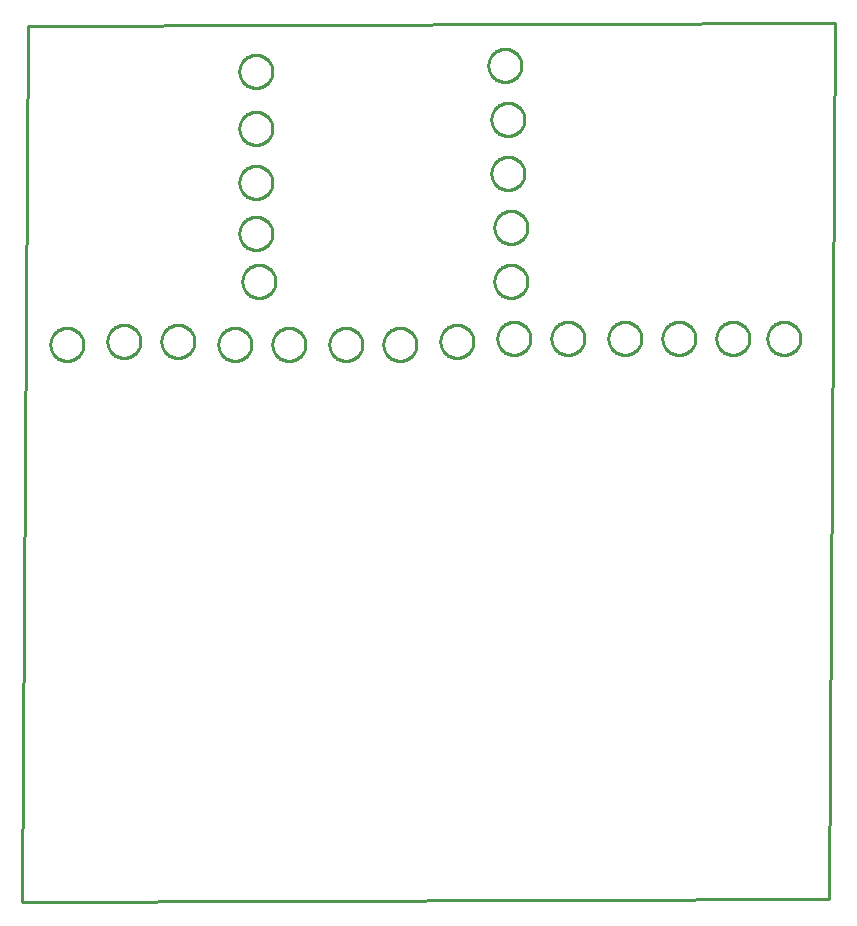
<source format=gbr>
G04 EAGLE Gerber RS-274X export*
G75*
%MOMM*%
%FSLAX34Y34*%
%LPD*%
%IN*%
%IPPOS*%
%AMOC8*
5,1,8,0,0,1.08239X$1,22.5*%
G01*
%ADD10C,0.254000*%


D10*
X0Y0D02*
X683260Y2540D01*
X688340Y744220D01*
X5080Y741680D01*
X0Y0D01*
X52100Y471940D02*
X52029Y470943D01*
X51886Y469953D01*
X51674Y468976D01*
X51392Y468016D01*
X51043Y467079D01*
X50627Y466169D01*
X50148Y465292D01*
X49607Y464450D01*
X49008Y463650D01*
X48353Y462894D01*
X47646Y462187D01*
X46890Y461532D01*
X46090Y460933D01*
X45248Y460392D01*
X44371Y459913D01*
X43461Y459497D01*
X42524Y459148D01*
X41565Y458866D01*
X40587Y458654D01*
X39598Y458511D01*
X38600Y458440D01*
X37600Y458440D01*
X36603Y458511D01*
X35613Y458654D01*
X34636Y458866D01*
X33676Y459148D01*
X32739Y459497D01*
X31829Y459913D01*
X30952Y460392D01*
X30110Y460933D01*
X29310Y461532D01*
X28554Y462187D01*
X27847Y462894D01*
X27192Y463650D01*
X26593Y464450D01*
X26052Y465292D01*
X25573Y466169D01*
X25157Y467079D01*
X24808Y468016D01*
X24526Y468976D01*
X24314Y469953D01*
X24171Y470943D01*
X24100Y471940D01*
X24100Y472940D01*
X24171Y473938D01*
X24314Y474927D01*
X24526Y475905D01*
X24808Y476864D01*
X25157Y477801D01*
X25573Y478711D01*
X26052Y479588D01*
X26593Y480430D01*
X27192Y481230D01*
X27847Y481986D01*
X28554Y482693D01*
X29310Y483348D01*
X30110Y483947D01*
X30952Y484488D01*
X31829Y484967D01*
X32739Y485383D01*
X33676Y485732D01*
X34636Y486014D01*
X35613Y486226D01*
X36603Y486369D01*
X37600Y486440D01*
X38600Y486440D01*
X39598Y486369D01*
X40587Y486226D01*
X41565Y486014D01*
X42524Y485732D01*
X43461Y485383D01*
X44371Y484967D01*
X45248Y484488D01*
X46090Y483947D01*
X46890Y483348D01*
X47646Y482693D01*
X48353Y481986D01*
X49008Y481230D01*
X49607Y480430D01*
X50148Y479588D01*
X50627Y478711D01*
X51043Y477801D01*
X51392Y476864D01*
X51674Y475905D01*
X51886Y474927D01*
X52029Y473938D01*
X52100Y472940D01*
X52100Y471940D01*
X100360Y474480D02*
X100289Y473483D01*
X100146Y472493D01*
X99934Y471516D01*
X99652Y470556D01*
X99303Y469619D01*
X98887Y468709D01*
X98408Y467832D01*
X97867Y466990D01*
X97268Y466190D01*
X96613Y465434D01*
X95906Y464727D01*
X95150Y464072D01*
X94350Y463473D01*
X93508Y462932D01*
X92631Y462453D01*
X91721Y462037D01*
X90784Y461688D01*
X89825Y461406D01*
X88847Y461194D01*
X87858Y461051D01*
X86860Y460980D01*
X85860Y460980D01*
X84863Y461051D01*
X83873Y461194D01*
X82896Y461406D01*
X81936Y461688D01*
X80999Y462037D01*
X80089Y462453D01*
X79212Y462932D01*
X78370Y463473D01*
X77570Y464072D01*
X76814Y464727D01*
X76107Y465434D01*
X75452Y466190D01*
X74853Y466990D01*
X74312Y467832D01*
X73833Y468709D01*
X73417Y469619D01*
X73068Y470556D01*
X72786Y471516D01*
X72574Y472493D01*
X72431Y473483D01*
X72360Y474480D01*
X72360Y475480D01*
X72431Y476478D01*
X72574Y477467D01*
X72786Y478445D01*
X73068Y479404D01*
X73417Y480341D01*
X73833Y481251D01*
X74312Y482128D01*
X74853Y482970D01*
X75452Y483770D01*
X76107Y484526D01*
X76814Y485233D01*
X77570Y485888D01*
X78370Y486487D01*
X79212Y487028D01*
X80089Y487507D01*
X80999Y487923D01*
X81936Y488272D01*
X82896Y488554D01*
X83873Y488766D01*
X84863Y488909D01*
X85860Y488980D01*
X86860Y488980D01*
X87858Y488909D01*
X88847Y488766D01*
X89825Y488554D01*
X90784Y488272D01*
X91721Y487923D01*
X92631Y487507D01*
X93508Y487028D01*
X94350Y486487D01*
X95150Y485888D01*
X95906Y485233D01*
X96613Y484526D01*
X97268Y483770D01*
X97867Y482970D01*
X98408Y482128D01*
X98887Y481251D01*
X99303Y480341D01*
X99652Y479404D01*
X99934Y478445D01*
X100146Y477467D01*
X100289Y476478D01*
X100360Y475480D01*
X100360Y474480D01*
X146080Y474480D02*
X146009Y473483D01*
X145866Y472493D01*
X145654Y471516D01*
X145372Y470556D01*
X145023Y469619D01*
X144607Y468709D01*
X144128Y467832D01*
X143587Y466990D01*
X142988Y466190D01*
X142333Y465434D01*
X141626Y464727D01*
X140870Y464072D01*
X140070Y463473D01*
X139228Y462932D01*
X138351Y462453D01*
X137441Y462037D01*
X136504Y461688D01*
X135545Y461406D01*
X134567Y461194D01*
X133578Y461051D01*
X132580Y460980D01*
X131580Y460980D01*
X130583Y461051D01*
X129593Y461194D01*
X128616Y461406D01*
X127656Y461688D01*
X126719Y462037D01*
X125809Y462453D01*
X124932Y462932D01*
X124090Y463473D01*
X123290Y464072D01*
X122534Y464727D01*
X121827Y465434D01*
X121172Y466190D01*
X120573Y466990D01*
X120032Y467832D01*
X119553Y468709D01*
X119137Y469619D01*
X118788Y470556D01*
X118506Y471516D01*
X118294Y472493D01*
X118151Y473483D01*
X118080Y474480D01*
X118080Y475480D01*
X118151Y476478D01*
X118294Y477467D01*
X118506Y478445D01*
X118788Y479404D01*
X119137Y480341D01*
X119553Y481251D01*
X120032Y482128D01*
X120573Y482970D01*
X121172Y483770D01*
X121827Y484526D01*
X122534Y485233D01*
X123290Y485888D01*
X124090Y486487D01*
X124932Y487028D01*
X125809Y487507D01*
X126719Y487923D01*
X127656Y488272D01*
X128616Y488554D01*
X129593Y488766D01*
X130583Y488909D01*
X131580Y488980D01*
X132580Y488980D01*
X133578Y488909D01*
X134567Y488766D01*
X135545Y488554D01*
X136504Y488272D01*
X137441Y487923D01*
X138351Y487507D01*
X139228Y487028D01*
X140070Y486487D01*
X140870Y485888D01*
X141626Y485233D01*
X142333Y484526D01*
X142988Y483770D01*
X143587Y482970D01*
X144128Y482128D01*
X144607Y481251D01*
X145023Y480341D01*
X145372Y479404D01*
X145654Y478445D01*
X145866Y477467D01*
X146009Y476478D01*
X146080Y475480D01*
X146080Y474480D01*
X194340Y471940D02*
X194269Y470943D01*
X194126Y469953D01*
X193914Y468976D01*
X193632Y468016D01*
X193283Y467079D01*
X192867Y466169D01*
X192388Y465292D01*
X191847Y464450D01*
X191248Y463650D01*
X190593Y462894D01*
X189886Y462187D01*
X189130Y461532D01*
X188330Y460933D01*
X187488Y460392D01*
X186611Y459913D01*
X185701Y459497D01*
X184764Y459148D01*
X183805Y458866D01*
X182827Y458654D01*
X181838Y458511D01*
X180840Y458440D01*
X179840Y458440D01*
X178843Y458511D01*
X177853Y458654D01*
X176876Y458866D01*
X175916Y459148D01*
X174979Y459497D01*
X174069Y459913D01*
X173192Y460392D01*
X172350Y460933D01*
X171550Y461532D01*
X170794Y462187D01*
X170087Y462894D01*
X169432Y463650D01*
X168833Y464450D01*
X168292Y465292D01*
X167813Y466169D01*
X167397Y467079D01*
X167048Y468016D01*
X166766Y468976D01*
X166554Y469953D01*
X166411Y470943D01*
X166340Y471940D01*
X166340Y472940D01*
X166411Y473938D01*
X166554Y474927D01*
X166766Y475905D01*
X167048Y476864D01*
X167397Y477801D01*
X167813Y478711D01*
X168292Y479588D01*
X168833Y480430D01*
X169432Y481230D01*
X170087Y481986D01*
X170794Y482693D01*
X171550Y483348D01*
X172350Y483947D01*
X173192Y484488D01*
X174069Y484967D01*
X174979Y485383D01*
X175916Y485732D01*
X176876Y486014D01*
X177853Y486226D01*
X178843Y486369D01*
X179840Y486440D01*
X180840Y486440D01*
X181838Y486369D01*
X182827Y486226D01*
X183805Y486014D01*
X184764Y485732D01*
X185701Y485383D01*
X186611Y484967D01*
X187488Y484488D01*
X188330Y483947D01*
X189130Y483348D01*
X189886Y482693D01*
X190593Y481986D01*
X191248Y481230D01*
X191847Y480430D01*
X192388Y479588D01*
X192867Y478711D01*
X193283Y477801D01*
X193632Y476864D01*
X193914Y475905D01*
X194126Y474927D01*
X194269Y473938D01*
X194340Y472940D01*
X194340Y471940D01*
X240060Y471940D02*
X239989Y470943D01*
X239846Y469953D01*
X239634Y468976D01*
X239352Y468016D01*
X239003Y467079D01*
X238587Y466169D01*
X238108Y465292D01*
X237567Y464450D01*
X236968Y463650D01*
X236313Y462894D01*
X235606Y462187D01*
X234850Y461532D01*
X234050Y460933D01*
X233208Y460392D01*
X232331Y459913D01*
X231421Y459497D01*
X230484Y459148D01*
X229525Y458866D01*
X228547Y458654D01*
X227558Y458511D01*
X226560Y458440D01*
X225560Y458440D01*
X224563Y458511D01*
X223573Y458654D01*
X222596Y458866D01*
X221636Y459148D01*
X220699Y459497D01*
X219789Y459913D01*
X218912Y460392D01*
X218070Y460933D01*
X217270Y461532D01*
X216514Y462187D01*
X215807Y462894D01*
X215152Y463650D01*
X214553Y464450D01*
X214012Y465292D01*
X213533Y466169D01*
X213117Y467079D01*
X212768Y468016D01*
X212486Y468976D01*
X212274Y469953D01*
X212131Y470943D01*
X212060Y471940D01*
X212060Y472940D01*
X212131Y473938D01*
X212274Y474927D01*
X212486Y475905D01*
X212768Y476864D01*
X213117Y477801D01*
X213533Y478711D01*
X214012Y479588D01*
X214553Y480430D01*
X215152Y481230D01*
X215807Y481986D01*
X216514Y482693D01*
X217270Y483348D01*
X218070Y483947D01*
X218912Y484488D01*
X219789Y484967D01*
X220699Y485383D01*
X221636Y485732D01*
X222596Y486014D01*
X223573Y486226D01*
X224563Y486369D01*
X225560Y486440D01*
X226560Y486440D01*
X227558Y486369D01*
X228547Y486226D01*
X229525Y486014D01*
X230484Y485732D01*
X231421Y485383D01*
X232331Y484967D01*
X233208Y484488D01*
X234050Y483947D01*
X234850Y483348D01*
X235606Y482693D01*
X236313Y481986D01*
X236968Y481230D01*
X237567Y480430D01*
X238108Y479588D01*
X238587Y478711D01*
X239003Y477801D01*
X239352Y476864D01*
X239634Y475905D01*
X239846Y474927D01*
X239989Y473938D01*
X240060Y472940D01*
X240060Y471940D01*
X288320Y471940D02*
X288249Y470943D01*
X288106Y469953D01*
X287894Y468976D01*
X287612Y468016D01*
X287263Y467079D01*
X286847Y466169D01*
X286368Y465292D01*
X285827Y464450D01*
X285228Y463650D01*
X284573Y462894D01*
X283866Y462187D01*
X283110Y461532D01*
X282310Y460933D01*
X281468Y460392D01*
X280591Y459913D01*
X279681Y459497D01*
X278744Y459148D01*
X277785Y458866D01*
X276807Y458654D01*
X275818Y458511D01*
X274820Y458440D01*
X273820Y458440D01*
X272823Y458511D01*
X271833Y458654D01*
X270856Y458866D01*
X269896Y459148D01*
X268959Y459497D01*
X268049Y459913D01*
X267172Y460392D01*
X266330Y460933D01*
X265530Y461532D01*
X264774Y462187D01*
X264067Y462894D01*
X263412Y463650D01*
X262813Y464450D01*
X262272Y465292D01*
X261793Y466169D01*
X261377Y467079D01*
X261028Y468016D01*
X260746Y468976D01*
X260534Y469953D01*
X260391Y470943D01*
X260320Y471940D01*
X260320Y472940D01*
X260391Y473938D01*
X260534Y474927D01*
X260746Y475905D01*
X261028Y476864D01*
X261377Y477801D01*
X261793Y478711D01*
X262272Y479588D01*
X262813Y480430D01*
X263412Y481230D01*
X264067Y481986D01*
X264774Y482693D01*
X265530Y483348D01*
X266330Y483947D01*
X267172Y484488D01*
X268049Y484967D01*
X268959Y485383D01*
X269896Y485732D01*
X270856Y486014D01*
X271833Y486226D01*
X272823Y486369D01*
X273820Y486440D01*
X274820Y486440D01*
X275818Y486369D01*
X276807Y486226D01*
X277785Y486014D01*
X278744Y485732D01*
X279681Y485383D01*
X280591Y484967D01*
X281468Y484488D01*
X282310Y483947D01*
X283110Y483348D01*
X283866Y482693D01*
X284573Y481986D01*
X285228Y481230D01*
X285827Y480430D01*
X286368Y479588D01*
X286847Y478711D01*
X287263Y477801D01*
X287612Y476864D01*
X287894Y475905D01*
X288106Y474927D01*
X288249Y473938D01*
X288320Y472940D01*
X288320Y471940D01*
X334040Y471940D02*
X333969Y470943D01*
X333826Y469953D01*
X333614Y468976D01*
X333332Y468016D01*
X332983Y467079D01*
X332567Y466169D01*
X332088Y465292D01*
X331547Y464450D01*
X330948Y463650D01*
X330293Y462894D01*
X329586Y462187D01*
X328830Y461532D01*
X328030Y460933D01*
X327188Y460392D01*
X326311Y459913D01*
X325401Y459497D01*
X324464Y459148D01*
X323505Y458866D01*
X322527Y458654D01*
X321538Y458511D01*
X320540Y458440D01*
X319540Y458440D01*
X318543Y458511D01*
X317553Y458654D01*
X316576Y458866D01*
X315616Y459148D01*
X314679Y459497D01*
X313769Y459913D01*
X312892Y460392D01*
X312050Y460933D01*
X311250Y461532D01*
X310494Y462187D01*
X309787Y462894D01*
X309132Y463650D01*
X308533Y464450D01*
X307992Y465292D01*
X307513Y466169D01*
X307097Y467079D01*
X306748Y468016D01*
X306466Y468976D01*
X306254Y469953D01*
X306111Y470943D01*
X306040Y471940D01*
X306040Y472940D01*
X306111Y473938D01*
X306254Y474927D01*
X306466Y475905D01*
X306748Y476864D01*
X307097Y477801D01*
X307513Y478711D01*
X307992Y479588D01*
X308533Y480430D01*
X309132Y481230D01*
X309787Y481986D01*
X310494Y482693D01*
X311250Y483348D01*
X312050Y483947D01*
X312892Y484488D01*
X313769Y484967D01*
X314679Y485383D01*
X315616Y485732D01*
X316576Y486014D01*
X317553Y486226D01*
X318543Y486369D01*
X319540Y486440D01*
X320540Y486440D01*
X321538Y486369D01*
X322527Y486226D01*
X323505Y486014D01*
X324464Y485732D01*
X325401Y485383D01*
X326311Y484967D01*
X327188Y484488D01*
X328030Y483947D01*
X328830Y483348D01*
X329586Y482693D01*
X330293Y481986D01*
X330948Y481230D01*
X331547Y480430D01*
X332088Y479588D01*
X332567Y478711D01*
X332983Y477801D01*
X333332Y476864D01*
X333614Y475905D01*
X333826Y474927D01*
X333969Y473938D01*
X334040Y472940D01*
X334040Y471940D01*
X382300Y474480D02*
X382229Y473483D01*
X382086Y472493D01*
X381874Y471516D01*
X381592Y470556D01*
X381243Y469619D01*
X380827Y468709D01*
X380348Y467832D01*
X379807Y466990D01*
X379208Y466190D01*
X378553Y465434D01*
X377846Y464727D01*
X377090Y464072D01*
X376290Y463473D01*
X375448Y462932D01*
X374571Y462453D01*
X373661Y462037D01*
X372724Y461688D01*
X371765Y461406D01*
X370787Y461194D01*
X369798Y461051D01*
X368800Y460980D01*
X367800Y460980D01*
X366803Y461051D01*
X365813Y461194D01*
X364836Y461406D01*
X363876Y461688D01*
X362939Y462037D01*
X362029Y462453D01*
X361152Y462932D01*
X360310Y463473D01*
X359510Y464072D01*
X358754Y464727D01*
X358047Y465434D01*
X357392Y466190D01*
X356793Y466990D01*
X356252Y467832D01*
X355773Y468709D01*
X355357Y469619D01*
X355008Y470556D01*
X354726Y471516D01*
X354514Y472493D01*
X354371Y473483D01*
X354300Y474480D01*
X354300Y475480D01*
X354371Y476478D01*
X354514Y477467D01*
X354726Y478445D01*
X355008Y479404D01*
X355357Y480341D01*
X355773Y481251D01*
X356252Y482128D01*
X356793Y482970D01*
X357392Y483770D01*
X358047Y484526D01*
X358754Y485233D01*
X359510Y485888D01*
X360310Y486487D01*
X361152Y487028D01*
X362029Y487507D01*
X362939Y487923D01*
X363876Y488272D01*
X364836Y488554D01*
X365813Y488766D01*
X366803Y488909D01*
X367800Y488980D01*
X368800Y488980D01*
X369798Y488909D01*
X370787Y488766D01*
X371765Y488554D01*
X372724Y488272D01*
X373661Y487923D01*
X374571Y487507D01*
X375448Y487028D01*
X376290Y486487D01*
X377090Y485888D01*
X377846Y485233D01*
X378553Y484526D01*
X379208Y483770D01*
X379807Y482970D01*
X380348Y482128D01*
X380827Y481251D01*
X381243Y480341D01*
X381592Y479404D01*
X381874Y478445D01*
X382086Y477467D01*
X382229Y476478D01*
X382300Y475480D01*
X382300Y474480D01*
X430560Y477020D02*
X430489Y476023D01*
X430346Y475033D01*
X430134Y474056D01*
X429852Y473096D01*
X429503Y472159D01*
X429087Y471249D01*
X428608Y470372D01*
X428067Y469530D01*
X427468Y468730D01*
X426813Y467974D01*
X426106Y467267D01*
X425350Y466612D01*
X424550Y466013D01*
X423708Y465472D01*
X422831Y464993D01*
X421921Y464577D01*
X420984Y464228D01*
X420025Y463946D01*
X419047Y463734D01*
X418058Y463591D01*
X417060Y463520D01*
X416060Y463520D01*
X415063Y463591D01*
X414073Y463734D01*
X413096Y463946D01*
X412136Y464228D01*
X411199Y464577D01*
X410289Y464993D01*
X409412Y465472D01*
X408570Y466013D01*
X407770Y466612D01*
X407014Y467267D01*
X406307Y467974D01*
X405652Y468730D01*
X405053Y469530D01*
X404512Y470372D01*
X404033Y471249D01*
X403617Y472159D01*
X403268Y473096D01*
X402986Y474056D01*
X402774Y475033D01*
X402631Y476023D01*
X402560Y477020D01*
X402560Y478020D01*
X402631Y479018D01*
X402774Y480007D01*
X402986Y480985D01*
X403268Y481944D01*
X403617Y482881D01*
X404033Y483791D01*
X404512Y484668D01*
X405053Y485510D01*
X405652Y486310D01*
X406307Y487066D01*
X407014Y487773D01*
X407770Y488428D01*
X408570Y489027D01*
X409412Y489568D01*
X410289Y490047D01*
X411199Y490463D01*
X412136Y490812D01*
X413096Y491094D01*
X414073Y491306D01*
X415063Y491449D01*
X416060Y491520D01*
X417060Y491520D01*
X418058Y491449D01*
X419047Y491306D01*
X420025Y491094D01*
X420984Y490812D01*
X421921Y490463D01*
X422831Y490047D01*
X423708Y489568D01*
X424550Y489027D01*
X425350Y488428D01*
X426106Y487773D01*
X426813Y487066D01*
X427468Y486310D01*
X428067Y485510D01*
X428608Y484668D01*
X429087Y483791D01*
X429503Y482881D01*
X429852Y481944D01*
X430134Y480985D01*
X430346Y480007D01*
X430489Y479018D01*
X430560Y478020D01*
X430560Y477020D01*
X476280Y477020D02*
X476209Y476023D01*
X476066Y475033D01*
X475854Y474056D01*
X475572Y473096D01*
X475223Y472159D01*
X474807Y471249D01*
X474328Y470372D01*
X473787Y469530D01*
X473188Y468730D01*
X472533Y467974D01*
X471826Y467267D01*
X471070Y466612D01*
X470270Y466013D01*
X469428Y465472D01*
X468551Y464993D01*
X467641Y464577D01*
X466704Y464228D01*
X465745Y463946D01*
X464767Y463734D01*
X463778Y463591D01*
X462780Y463520D01*
X461780Y463520D01*
X460783Y463591D01*
X459793Y463734D01*
X458816Y463946D01*
X457856Y464228D01*
X456919Y464577D01*
X456009Y464993D01*
X455132Y465472D01*
X454290Y466013D01*
X453490Y466612D01*
X452734Y467267D01*
X452027Y467974D01*
X451372Y468730D01*
X450773Y469530D01*
X450232Y470372D01*
X449753Y471249D01*
X449337Y472159D01*
X448988Y473096D01*
X448706Y474056D01*
X448494Y475033D01*
X448351Y476023D01*
X448280Y477020D01*
X448280Y478020D01*
X448351Y479018D01*
X448494Y480007D01*
X448706Y480985D01*
X448988Y481944D01*
X449337Y482881D01*
X449753Y483791D01*
X450232Y484668D01*
X450773Y485510D01*
X451372Y486310D01*
X452027Y487066D01*
X452734Y487773D01*
X453490Y488428D01*
X454290Y489027D01*
X455132Y489568D01*
X456009Y490047D01*
X456919Y490463D01*
X457856Y490812D01*
X458816Y491094D01*
X459793Y491306D01*
X460783Y491449D01*
X461780Y491520D01*
X462780Y491520D01*
X463778Y491449D01*
X464767Y491306D01*
X465745Y491094D01*
X466704Y490812D01*
X467641Y490463D01*
X468551Y490047D01*
X469428Y489568D01*
X470270Y489027D01*
X471070Y488428D01*
X471826Y487773D01*
X472533Y487066D01*
X473188Y486310D01*
X473787Y485510D01*
X474328Y484668D01*
X474807Y483791D01*
X475223Y482881D01*
X475572Y481944D01*
X475854Y480985D01*
X476066Y480007D01*
X476209Y479018D01*
X476280Y478020D01*
X476280Y477020D01*
X524540Y477020D02*
X524469Y476023D01*
X524326Y475033D01*
X524114Y474056D01*
X523832Y473096D01*
X523483Y472159D01*
X523067Y471249D01*
X522588Y470372D01*
X522047Y469530D01*
X521448Y468730D01*
X520793Y467974D01*
X520086Y467267D01*
X519330Y466612D01*
X518530Y466013D01*
X517688Y465472D01*
X516811Y464993D01*
X515901Y464577D01*
X514964Y464228D01*
X514005Y463946D01*
X513027Y463734D01*
X512038Y463591D01*
X511040Y463520D01*
X510040Y463520D01*
X509043Y463591D01*
X508053Y463734D01*
X507076Y463946D01*
X506116Y464228D01*
X505179Y464577D01*
X504269Y464993D01*
X503392Y465472D01*
X502550Y466013D01*
X501750Y466612D01*
X500994Y467267D01*
X500287Y467974D01*
X499632Y468730D01*
X499033Y469530D01*
X498492Y470372D01*
X498013Y471249D01*
X497597Y472159D01*
X497248Y473096D01*
X496966Y474056D01*
X496754Y475033D01*
X496611Y476023D01*
X496540Y477020D01*
X496540Y478020D01*
X496611Y479018D01*
X496754Y480007D01*
X496966Y480985D01*
X497248Y481944D01*
X497597Y482881D01*
X498013Y483791D01*
X498492Y484668D01*
X499033Y485510D01*
X499632Y486310D01*
X500287Y487066D01*
X500994Y487773D01*
X501750Y488428D01*
X502550Y489027D01*
X503392Y489568D01*
X504269Y490047D01*
X505179Y490463D01*
X506116Y490812D01*
X507076Y491094D01*
X508053Y491306D01*
X509043Y491449D01*
X510040Y491520D01*
X511040Y491520D01*
X512038Y491449D01*
X513027Y491306D01*
X514005Y491094D01*
X514964Y490812D01*
X515901Y490463D01*
X516811Y490047D01*
X517688Y489568D01*
X518530Y489027D01*
X519330Y488428D01*
X520086Y487773D01*
X520793Y487066D01*
X521448Y486310D01*
X522047Y485510D01*
X522588Y484668D01*
X523067Y483791D01*
X523483Y482881D01*
X523832Y481944D01*
X524114Y480985D01*
X524326Y480007D01*
X524469Y479018D01*
X524540Y478020D01*
X524540Y477020D01*
X570260Y477020D02*
X570189Y476023D01*
X570046Y475033D01*
X569834Y474056D01*
X569552Y473096D01*
X569203Y472159D01*
X568787Y471249D01*
X568308Y470372D01*
X567767Y469530D01*
X567168Y468730D01*
X566513Y467974D01*
X565806Y467267D01*
X565050Y466612D01*
X564250Y466013D01*
X563408Y465472D01*
X562531Y464993D01*
X561621Y464577D01*
X560684Y464228D01*
X559725Y463946D01*
X558747Y463734D01*
X557758Y463591D01*
X556760Y463520D01*
X555760Y463520D01*
X554763Y463591D01*
X553773Y463734D01*
X552796Y463946D01*
X551836Y464228D01*
X550899Y464577D01*
X549989Y464993D01*
X549112Y465472D01*
X548270Y466013D01*
X547470Y466612D01*
X546714Y467267D01*
X546007Y467974D01*
X545352Y468730D01*
X544753Y469530D01*
X544212Y470372D01*
X543733Y471249D01*
X543317Y472159D01*
X542968Y473096D01*
X542686Y474056D01*
X542474Y475033D01*
X542331Y476023D01*
X542260Y477020D01*
X542260Y478020D01*
X542331Y479018D01*
X542474Y480007D01*
X542686Y480985D01*
X542968Y481944D01*
X543317Y482881D01*
X543733Y483791D01*
X544212Y484668D01*
X544753Y485510D01*
X545352Y486310D01*
X546007Y487066D01*
X546714Y487773D01*
X547470Y488428D01*
X548270Y489027D01*
X549112Y489568D01*
X549989Y490047D01*
X550899Y490463D01*
X551836Y490812D01*
X552796Y491094D01*
X553773Y491306D01*
X554763Y491449D01*
X555760Y491520D01*
X556760Y491520D01*
X557758Y491449D01*
X558747Y491306D01*
X559725Y491094D01*
X560684Y490812D01*
X561621Y490463D01*
X562531Y490047D01*
X563408Y489568D01*
X564250Y489027D01*
X565050Y488428D01*
X565806Y487773D01*
X566513Y487066D01*
X567168Y486310D01*
X567767Y485510D01*
X568308Y484668D01*
X568787Y483791D01*
X569203Y482881D01*
X569552Y481944D01*
X569834Y480985D01*
X570046Y480007D01*
X570189Y479018D01*
X570260Y478020D01*
X570260Y477020D01*
X615980Y477020D02*
X615909Y476023D01*
X615766Y475033D01*
X615554Y474056D01*
X615272Y473096D01*
X614923Y472159D01*
X614507Y471249D01*
X614028Y470372D01*
X613487Y469530D01*
X612888Y468730D01*
X612233Y467974D01*
X611526Y467267D01*
X610770Y466612D01*
X609970Y466013D01*
X609128Y465472D01*
X608251Y464993D01*
X607341Y464577D01*
X606404Y464228D01*
X605445Y463946D01*
X604467Y463734D01*
X603478Y463591D01*
X602480Y463520D01*
X601480Y463520D01*
X600483Y463591D01*
X599493Y463734D01*
X598516Y463946D01*
X597556Y464228D01*
X596619Y464577D01*
X595709Y464993D01*
X594832Y465472D01*
X593990Y466013D01*
X593190Y466612D01*
X592434Y467267D01*
X591727Y467974D01*
X591072Y468730D01*
X590473Y469530D01*
X589932Y470372D01*
X589453Y471249D01*
X589037Y472159D01*
X588688Y473096D01*
X588406Y474056D01*
X588194Y475033D01*
X588051Y476023D01*
X587980Y477020D01*
X587980Y478020D01*
X588051Y479018D01*
X588194Y480007D01*
X588406Y480985D01*
X588688Y481944D01*
X589037Y482881D01*
X589453Y483791D01*
X589932Y484668D01*
X590473Y485510D01*
X591072Y486310D01*
X591727Y487066D01*
X592434Y487773D01*
X593190Y488428D01*
X593990Y489027D01*
X594832Y489568D01*
X595709Y490047D01*
X596619Y490463D01*
X597556Y490812D01*
X598516Y491094D01*
X599493Y491306D01*
X600483Y491449D01*
X601480Y491520D01*
X602480Y491520D01*
X603478Y491449D01*
X604467Y491306D01*
X605445Y491094D01*
X606404Y490812D01*
X607341Y490463D01*
X608251Y490047D01*
X609128Y489568D01*
X609970Y489027D01*
X610770Y488428D01*
X611526Y487773D01*
X612233Y487066D01*
X612888Y486310D01*
X613487Y485510D01*
X614028Y484668D01*
X614507Y483791D01*
X614923Y482881D01*
X615272Y481944D01*
X615554Y480985D01*
X615766Y480007D01*
X615909Y479018D01*
X615980Y478020D01*
X615980Y477020D01*
X659160Y477020D02*
X659089Y476023D01*
X658946Y475033D01*
X658734Y474056D01*
X658452Y473096D01*
X658103Y472159D01*
X657687Y471249D01*
X657208Y470372D01*
X656667Y469530D01*
X656068Y468730D01*
X655413Y467974D01*
X654706Y467267D01*
X653950Y466612D01*
X653150Y466013D01*
X652308Y465472D01*
X651431Y464993D01*
X650521Y464577D01*
X649584Y464228D01*
X648625Y463946D01*
X647647Y463734D01*
X646658Y463591D01*
X645660Y463520D01*
X644660Y463520D01*
X643663Y463591D01*
X642673Y463734D01*
X641696Y463946D01*
X640736Y464228D01*
X639799Y464577D01*
X638889Y464993D01*
X638012Y465472D01*
X637170Y466013D01*
X636370Y466612D01*
X635614Y467267D01*
X634907Y467974D01*
X634252Y468730D01*
X633653Y469530D01*
X633112Y470372D01*
X632633Y471249D01*
X632217Y472159D01*
X631868Y473096D01*
X631586Y474056D01*
X631374Y475033D01*
X631231Y476023D01*
X631160Y477020D01*
X631160Y478020D01*
X631231Y479018D01*
X631374Y480007D01*
X631586Y480985D01*
X631868Y481944D01*
X632217Y482881D01*
X632633Y483791D01*
X633112Y484668D01*
X633653Y485510D01*
X634252Y486310D01*
X634907Y487066D01*
X635614Y487773D01*
X636370Y488428D01*
X637170Y489027D01*
X638012Y489568D01*
X638889Y490047D01*
X639799Y490463D01*
X640736Y490812D01*
X641696Y491094D01*
X642673Y491306D01*
X643663Y491449D01*
X644660Y491520D01*
X645660Y491520D01*
X646658Y491449D01*
X647647Y491306D01*
X648625Y491094D01*
X649584Y490812D01*
X650521Y490463D01*
X651431Y490047D01*
X652308Y489568D01*
X653150Y489027D01*
X653950Y488428D01*
X654706Y487773D01*
X655413Y487066D01*
X656068Y486310D01*
X656667Y485510D01*
X657208Y484668D01*
X657687Y483791D01*
X658103Y482881D01*
X658452Y481944D01*
X658734Y480985D01*
X658946Y480007D01*
X659089Y479018D01*
X659160Y478020D01*
X659160Y477020D01*
X212120Y703080D02*
X212049Y702083D01*
X211906Y701093D01*
X211694Y700116D01*
X211412Y699156D01*
X211063Y698219D01*
X210647Y697309D01*
X210168Y696432D01*
X209627Y695590D01*
X209028Y694790D01*
X208373Y694034D01*
X207666Y693327D01*
X206910Y692672D01*
X206110Y692073D01*
X205268Y691532D01*
X204391Y691053D01*
X203481Y690637D01*
X202544Y690288D01*
X201585Y690006D01*
X200607Y689794D01*
X199618Y689651D01*
X198620Y689580D01*
X197620Y689580D01*
X196623Y689651D01*
X195633Y689794D01*
X194656Y690006D01*
X193696Y690288D01*
X192759Y690637D01*
X191849Y691053D01*
X190972Y691532D01*
X190130Y692073D01*
X189330Y692672D01*
X188574Y693327D01*
X187867Y694034D01*
X187212Y694790D01*
X186613Y695590D01*
X186072Y696432D01*
X185593Y697309D01*
X185177Y698219D01*
X184828Y699156D01*
X184546Y700116D01*
X184334Y701093D01*
X184191Y702083D01*
X184120Y703080D01*
X184120Y704080D01*
X184191Y705078D01*
X184334Y706067D01*
X184546Y707045D01*
X184828Y708004D01*
X185177Y708941D01*
X185593Y709851D01*
X186072Y710728D01*
X186613Y711570D01*
X187212Y712370D01*
X187867Y713126D01*
X188574Y713833D01*
X189330Y714488D01*
X190130Y715087D01*
X190972Y715628D01*
X191849Y716107D01*
X192759Y716523D01*
X193696Y716872D01*
X194656Y717154D01*
X195633Y717366D01*
X196623Y717509D01*
X197620Y717580D01*
X198620Y717580D01*
X199618Y717509D01*
X200607Y717366D01*
X201585Y717154D01*
X202544Y716872D01*
X203481Y716523D01*
X204391Y716107D01*
X205268Y715628D01*
X206110Y715087D01*
X206910Y714488D01*
X207666Y713833D01*
X208373Y713126D01*
X209028Y712370D01*
X209627Y711570D01*
X210168Y710728D01*
X210647Y709851D01*
X211063Y708941D01*
X211412Y708004D01*
X211694Y707045D01*
X211906Y706067D01*
X212049Y705078D01*
X212120Y704080D01*
X212120Y703080D01*
X212120Y654820D02*
X212049Y653823D01*
X211906Y652833D01*
X211694Y651856D01*
X211412Y650896D01*
X211063Y649959D01*
X210647Y649049D01*
X210168Y648172D01*
X209627Y647330D01*
X209028Y646530D01*
X208373Y645774D01*
X207666Y645067D01*
X206910Y644412D01*
X206110Y643813D01*
X205268Y643272D01*
X204391Y642793D01*
X203481Y642377D01*
X202544Y642028D01*
X201585Y641746D01*
X200607Y641534D01*
X199618Y641391D01*
X198620Y641320D01*
X197620Y641320D01*
X196623Y641391D01*
X195633Y641534D01*
X194656Y641746D01*
X193696Y642028D01*
X192759Y642377D01*
X191849Y642793D01*
X190972Y643272D01*
X190130Y643813D01*
X189330Y644412D01*
X188574Y645067D01*
X187867Y645774D01*
X187212Y646530D01*
X186613Y647330D01*
X186072Y648172D01*
X185593Y649049D01*
X185177Y649959D01*
X184828Y650896D01*
X184546Y651856D01*
X184334Y652833D01*
X184191Y653823D01*
X184120Y654820D01*
X184120Y655820D01*
X184191Y656818D01*
X184334Y657807D01*
X184546Y658785D01*
X184828Y659744D01*
X185177Y660681D01*
X185593Y661591D01*
X186072Y662468D01*
X186613Y663310D01*
X187212Y664110D01*
X187867Y664866D01*
X188574Y665573D01*
X189330Y666228D01*
X190130Y666827D01*
X190972Y667368D01*
X191849Y667847D01*
X192759Y668263D01*
X193696Y668612D01*
X194656Y668894D01*
X195633Y669106D01*
X196623Y669249D01*
X197620Y669320D01*
X198620Y669320D01*
X199618Y669249D01*
X200607Y669106D01*
X201585Y668894D01*
X202544Y668612D01*
X203481Y668263D01*
X204391Y667847D01*
X205268Y667368D01*
X206110Y666827D01*
X206910Y666228D01*
X207666Y665573D01*
X208373Y664866D01*
X209028Y664110D01*
X209627Y663310D01*
X210168Y662468D01*
X210647Y661591D01*
X211063Y660681D01*
X211412Y659744D01*
X211694Y658785D01*
X211906Y657807D01*
X212049Y656818D01*
X212120Y655820D01*
X212120Y654820D01*
X212120Y609100D02*
X212049Y608103D01*
X211906Y607113D01*
X211694Y606136D01*
X211412Y605176D01*
X211063Y604239D01*
X210647Y603329D01*
X210168Y602452D01*
X209627Y601610D01*
X209028Y600810D01*
X208373Y600054D01*
X207666Y599347D01*
X206910Y598692D01*
X206110Y598093D01*
X205268Y597552D01*
X204391Y597073D01*
X203481Y596657D01*
X202544Y596308D01*
X201585Y596026D01*
X200607Y595814D01*
X199618Y595671D01*
X198620Y595600D01*
X197620Y595600D01*
X196623Y595671D01*
X195633Y595814D01*
X194656Y596026D01*
X193696Y596308D01*
X192759Y596657D01*
X191849Y597073D01*
X190972Y597552D01*
X190130Y598093D01*
X189330Y598692D01*
X188574Y599347D01*
X187867Y600054D01*
X187212Y600810D01*
X186613Y601610D01*
X186072Y602452D01*
X185593Y603329D01*
X185177Y604239D01*
X184828Y605176D01*
X184546Y606136D01*
X184334Y607113D01*
X184191Y608103D01*
X184120Y609100D01*
X184120Y610100D01*
X184191Y611098D01*
X184334Y612087D01*
X184546Y613065D01*
X184828Y614024D01*
X185177Y614961D01*
X185593Y615871D01*
X186072Y616748D01*
X186613Y617590D01*
X187212Y618390D01*
X187867Y619146D01*
X188574Y619853D01*
X189330Y620508D01*
X190130Y621107D01*
X190972Y621648D01*
X191849Y622127D01*
X192759Y622543D01*
X193696Y622892D01*
X194656Y623174D01*
X195633Y623386D01*
X196623Y623529D01*
X197620Y623600D01*
X198620Y623600D01*
X199618Y623529D01*
X200607Y623386D01*
X201585Y623174D01*
X202544Y622892D01*
X203481Y622543D01*
X204391Y622127D01*
X205268Y621648D01*
X206110Y621107D01*
X206910Y620508D01*
X207666Y619853D01*
X208373Y619146D01*
X209028Y618390D01*
X209627Y617590D01*
X210168Y616748D01*
X210647Y615871D01*
X211063Y614961D01*
X211412Y614024D01*
X211694Y613065D01*
X211906Y612087D01*
X212049Y611098D01*
X212120Y610100D01*
X212120Y609100D01*
X212120Y565920D02*
X212049Y564923D01*
X211906Y563933D01*
X211694Y562956D01*
X211412Y561996D01*
X211063Y561059D01*
X210647Y560149D01*
X210168Y559272D01*
X209627Y558430D01*
X209028Y557630D01*
X208373Y556874D01*
X207666Y556167D01*
X206910Y555512D01*
X206110Y554913D01*
X205268Y554372D01*
X204391Y553893D01*
X203481Y553477D01*
X202544Y553128D01*
X201585Y552846D01*
X200607Y552634D01*
X199618Y552491D01*
X198620Y552420D01*
X197620Y552420D01*
X196623Y552491D01*
X195633Y552634D01*
X194656Y552846D01*
X193696Y553128D01*
X192759Y553477D01*
X191849Y553893D01*
X190972Y554372D01*
X190130Y554913D01*
X189330Y555512D01*
X188574Y556167D01*
X187867Y556874D01*
X187212Y557630D01*
X186613Y558430D01*
X186072Y559272D01*
X185593Y560149D01*
X185177Y561059D01*
X184828Y561996D01*
X184546Y562956D01*
X184334Y563933D01*
X184191Y564923D01*
X184120Y565920D01*
X184120Y566920D01*
X184191Y567918D01*
X184334Y568907D01*
X184546Y569885D01*
X184828Y570844D01*
X185177Y571781D01*
X185593Y572691D01*
X186072Y573568D01*
X186613Y574410D01*
X187212Y575210D01*
X187867Y575966D01*
X188574Y576673D01*
X189330Y577328D01*
X190130Y577927D01*
X190972Y578468D01*
X191849Y578947D01*
X192759Y579363D01*
X193696Y579712D01*
X194656Y579994D01*
X195633Y580206D01*
X196623Y580349D01*
X197620Y580420D01*
X198620Y580420D01*
X199618Y580349D01*
X200607Y580206D01*
X201585Y579994D01*
X202544Y579712D01*
X203481Y579363D01*
X204391Y578947D01*
X205268Y578468D01*
X206110Y577927D01*
X206910Y577328D01*
X207666Y576673D01*
X208373Y575966D01*
X209028Y575210D01*
X209627Y574410D01*
X210168Y573568D01*
X210647Y572691D01*
X211063Y571781D01*
X211412Y570844D01*
X211694Y569885D01*
X211906Y568907D01*
X212049Y567918D01*
X212120Y566920D01*
X212120Y565920D01*
X214660Y525280D02*
X214589Y524283D01*
X214446Y523293D01*
X214234Y522316D01*
X213952Y521356D01*
X213603Y520419D01*
X213187Y519509D01*
X212708Y518632D01*
X212167Y517790D01*
X211568Y516990D01*
X210913Y516234D01*
X210206Y515527D01*
X209450Y514872D01*
X208650Y514273D01*
X207808Y513732D01*
X206931Y513253D01*
X206021Y512837D01*
X205084Y512488D01*
X204125Y512206D01*
X203147Y511994D01*
X202158Y511851D01*
X201160Y511780D01*
X200160Y511780D01*
X199163Y511851D01*
X198173Y511994D01*
X197196Y512206D01*
X196236Y512488D01*
X195299Y512837D01*
X194389Y513253D01*
X193512Y513732D01*
X192670Y514273D01*
X191870Y514872D01*
X191114Y515527D01*
X190407Y516234D01*
X189752Y516990D01*
X189153Y517790D01*
X188612Y518632D01*
X188133Y519509D01*
X187717Y520419D01*
X187368Y521356D01*
X187086Y522316D01*
X186874Y523293D01*
X186731Y524283D01*
X186660Y525280D01*
X186660Y526280D01*
X186731Y527278D01*
X186874Y528267D01*
X187086Y529245D01*
X187368Y530204D01*
X187717Y531141D01*
X188133Y532051D01*
X188612Y532928D01*
X189153Y533770D01*
X189752Y534570D01*
X190407Y535326D01*
X191114Y536033D01*
X191870Y536688D01*
X192670Y537287D01*
X193512Y537828D01*
X194389Y538307D01*
X195299Y538723D01*
X196236Y539072D01*
X197196Y539354D01*
X198173Y539566D01*
X199163Y539709D01*
X200160Y539780D01*
X201160Y539780D01*
X202158Y539709D01*
X203147Y539566D01*
X204125Y539354D01*
X205084Y539072D01*
X206021Y538723D01*
X206931Y538307D01*
X207808Y537828D01*
X208650Y537287D01*
X209450Y536688D01*
X210206Y536033D01*
X210913Y535326D01*
X211568Y534570D01*
X212167Y533770D01*
X212708Y532928D01*
X213187Y532051D01*
X213603Y531141D01*
X213952Y530204D01*
X214234Y529245D01*
X214446Y528267D01*
X214589Y527278D01*
X214660Y526280D01*
X214660Y525280D01*
X422940Y708160D02*
X422869Y707163D01*
X422726Y706173D01*
X422514Y705196D01*
X422232Y704236D01*
X421883Y703299D01*
X421467Y702389D01*
X420988Y701512D01*
X420447Y700670D01*
X419848Y699870D01*
X419193Y699114D01*
X418486Y698407D01*
X417730Y697752D01*
X416930Y697153D01*
X416088Y696612D01*
X415211Y696133D01*
X414301Y695717D01*
X413364Y695368D01*
X412405Y695086D01*
X411427Y694874D01*
X410438Y694731D01*
X409440Y694660D01*
X408440Y694660D01*
X407443Y694731D01*
X406453Y694874D01*
X405476Y695086D01*
X404516Y695368D01*
X403579Y695717D01*
X402669Y696133D01*
X401792Y696612D01*
X400950Y697153D01*
X400150Y697752D01*
X399394Y698407D01*
X398687Y699114D01*
X398032Y699870D01*
X397433Y700670D01*
X396892Y701512D01*
X396413Y702389D01*
X395997Y703299D01*
X395648Y704236D01*
X395366Y705196D01*
X395154Y706173D01*
X395011Y707163D01*
X394940Y708160D01*
X394940Y709160D01*
X395011Y710158D01*
X395154Y711147D01*
X395366Y712125D01*
X395648Y713084D01*
X395997Y714021D01*
X396413Y714931D01*
X396892Y715808D01*
X397433Y716650D01*
X398032Y717450D01*
X398687Y718206D01*
X399394Y718913D01*
X400150Y719568D01*
X400950Y720167D01*
X401792Y720708D01*
X402669Y721187D01*
X403579Y721603D01*
X404516Y721952D01*
X405476Y722234D01*
X406453Y722446D01*
X407443Y722589D01*
X408440Y722660D01*
X409440Y722660D01*
X410438Y722589D01*
X411427Y722446D01*
X412405Y722234D01*
X413364Y721952D01*
X414301Y721603D01*
X415211Y721187D01*
X416088Y720708D01*
X416930Y720167D01*
X417730Y719568D01*
X418486Y718913D01*
X419193Y718206D01*
X419848Y717450D01*
X420447Y716650D01*
X420988Y715808D01*
X421467Y714931D01*
X421883Y714021D01*
X422232Y713084D01*
X422514Y712125D01*
X422726Y711147D01*
X422869Y710158D01*
X422940Y709160D01*
X422940Y708160D01*
X425480Y662440D02*
X425409Y661443D01*
X425266Y660453D01*
X425054Y659476D01*
X424772Y658516D01*
X424423Y657579D01*
X424007Y656669D01*
X423528Y655792D01*
X422987Y654950D01*
X422388Y654150D01*
X421733Y653394D01*
X421026Y652687D01*
X420270Y652032D01*
X419470Y651433D01*
X418628Y650892D01*
X417751Y650413D01*
X416841Y649997D01*
X415904Y649648D01*
X414945Y649366D01*
X413967Y649154D01*
X412978Y649011D01*
X411980Y648940D01*
X410980Y648940D01*
X409983Y649011D01*
X408993Y649154D01*
X408016Y649366D01*
X407056Y649648D01*
X406119Y649997D01*
X405209Y650413D01*
X404332Y650892D01*
X403490Y651433D01*
X402690Y652032D01*
X401934Y652687D01*
X401227Y653394D01*
X400572Y654150D01*
X399973Y654950D01*
X399432Y655792D01*
X398953Y656669D01*
X398537Y657579D01*
X398188Y658516D01*
X397906Y659476D01*
X397694Y660453D01*
X397551Y661443D01*
X397480Y662440D01*
X397480Y663440D01*
X397551Y664438D01*
X397694Y665427D01*
X397906Y666405D01*
X398188Y667364D01*
X398537Y668301D01*
X398953Y669211D01*
X399432Y670088D01*
X399973Y670930D01*
X400572Y671730D01*
X401227Y672486D01*
X401934Y673193D01*
X402690Y673848D01*
X403490Y674447D01*
X404332Y674988D01*
X405209Y675467D01*
X406119Y675883D01*
X407056Y676232D01*
X408016Y676514D01*
X408993Y676726D01*
X409983Y676869D01*
X410980Y676940D01*
X411980Y676940D01*
X412978Y676869D01*
X413967Y676726D01*
X414945Y676514D01*
X415904Y676232D01*
X416841Y675883D01*
X417751Y675467D01*
X418628Y674988D01*
X419470Y674447D01*
X420270Y673848D01*
X421026Y673193D01*
X421733Y672486D01*
X422388Y671730D01*
X422987Y670930D01*
X423528Y670088D01*
X424007Y669211D01*
X424423Y668301D01*
X424772Y667364D01*
X425054Y666405D01*
X425266Y665427D01*
X425409Y664438D01*
X425480Y663440D01*
X425480Y662440D01*
X425480Y616720D02*
X425409Y615723D01*
X425266Y614733D01*
X425054Y613756D01*
X424772Y612796D01*
X424423Y611859D01*
X424007Y610949D01*
X423528Y610072D01*
X422987Y609230D01*
X422388Y608430D01*
X421733Y607674D01*
X421026Y606967D01*
X420270Y606312D01*
X419470Y605713D01*
X418628Y605172D01*
X417751Y604693D01*
X416841Y604277D01*
X415904Y603928D01*
X414945Y603646D01*
X413967Y603434D01*
X412978Y603291D01*
X411980Y603220D01*
X410980Y603220D01*
X409983Y603291D01*
X408993Y603434D01*
X408016Y603646D01*
X407056Y603928D01*
X406119Y604277D01*
X405209Y604693D01*
X404332Y605172D01*
X403490Y605713D01*
X402690Y606312D01*
X401934Y606967D01*
X401227Y607674D01*
X400572Y608430D01*
X399973Y609230D01*
X399432Y610072D01*
X398953Y610949D01*
X398537Y611859D01*
X398188Y612796D01*
X397906Y613756D01*
X397694Y614733D01*
X397551Y615723D01*
X397480Y616720D01*
X397480Y617720D01*
X397551Y618718D01*
X397694Y619707D01*
X397906Y620685D01*
X398188Y621644D01*
X398537Y622581D01*
X398953Y623491D01*
X399432Y624368D01*
X399973Y625210D01*
X400572Y626010D01*
X401227Y626766D01*
X401934Y627473D01*
X402690Y628128D01*
X403490Y628727D01*
X404332Y629268D01*
X405209Y629747D01*
X406119Y630163D01*
X407056Y630512D01*
X408016Y630794D01*
X408993Y631006D01*
X409983Y631149D01*
X410980Y631220D01*
X411980Y631220D01*
X412978Y631149D01*
X413967Y631006D01*
X414945Y630794D01*
X415904Y630512D01*
X416841Y630163D01*
X417751Y629747D01*
X418628Y629268D01*
X419470Y628727D01*
X420270Y628128D01*
X421026Y627473D01*
X421733Y626766D01*
X422388Y626010D01*
X422987Y625210D01*
X423528Y624368D01*
X424007Y623491D01*
X424423Y622581D01*
X424772Y621644D01*
X425054Y620685D01*
X425266Y619707D01*
X425409Y618718D01*
X425480Y617720D01*
X425480Y616720D01*
X428020Y571000D02*
X427949Y570003D01*
X427806Y569013D01*
X427594Y568036D01*
X427312Y567076D01*
X426963Y566139D01*
X426547Y565229D01*
X426068Y564352D01*
X425527Y563510D01*
X424928Y562710D01*
X424273Y561954D01*
X423566Y561247D01*
X422810Y560592D01*
X422010Y559993D01*
X421168Y559452D01*
X420291Y558973D01*
X419381Y558557D01*
X418444Y558208D01*
X417485Y557926D01*
X416507Y557714D01*
X415518Y557571D01*
X414520Y557500D01*
X413520Y557500D01*
X412523Y557571D01*
X411533Y557714D01*
X410556Y557926D01*
X409596Y558208D01*
X408659Y558557D01*
X407749Y558973D01*
X406872Y559452D01*
X406030Y559993D01*
X405230Y560592D01*
X404474Y561247D01*
X403767Y561954D01*
X403112Y562710D01*
X402513Y563510D01*
X401972Y564352D01*
X401493Y565229D01*
X401077Y566139D01*
X400728Y567076D01*
X400446Y568036D01*
X400234Y569013D01*
X400091Y570003D01*
X400020Y571000D01*
X400020Y572000D01*
X400091Y572998D01*
X400234Y573987D01*
X400446Y574965D01*
X400728Y575924D01*
X401077Y576861D01*
X401493Y577771D01*
X401972Y578648D01*
X402513Y579490D01*
X403112Y580290D01*
X403767Y581046D01*
X404474Y581753D01*
X405230Y582408D01*
X406030Y583007D01*
X406872Y583548D01*
X407749Y584027D01*
X408659Y584443D01*
X409596Y584792D01*
X410556Y585074D01*
X411533Y585286D01*
X412523Y585429D01*
X413520Y585500D01*
X414520Y585500D01*
X415518Y585429D01*
X416507Y585286D01*
X417485Y585074D01*
X418444Y584792D01*
X419381Y584443D01*
X420291Y584027D01*
X421168Y583548D01*
X422010Y583007D01*
X422810Y582408D01*
X423566Y581753D01*
X424273Y581046D01*
X424928Y580290D01*
X425527Y579490D01*
X426068Y578648D01*
X426547Y577771D01*
X426963Y576861D01*
X427312Y575924D01*
X427594Y574965D01*
X427806Y573987D01*
X427949Y572998D01*
X428020Y572000D01*
X428020Y571000D01*
X428020Y525280D02*
X427949Y524283D01*
X427806Y523293D01*
X427594Y522316D01*
X427312Y521356D01*
X426963Y520419D01*
X426547Y519509D01*
X426068Y518632D01*
X425527Y517790D01*
X424928Y516990D01*
X424273Y516234D01*
X423566Y515527D01*
X422810Y514872D01*
X422010Y514273D01*
X421168Y513732D01*
X420291Y513253D01*
X419381Y512837D01*
X418444Y512488D01*
X417485Y512206D01*
X416507Y511994D01*
X415518Y511851D01*
X414520Y511780D01*
X413520Y511780D01*
X412523Y511851D01*
X411533Y511994D01*
X410556Y512206D01*
X409596Y512488D01*
X408659Y512837D01*
X407749Y513253D01*
X406872Y513732D01*
X406030Y514273D01*
X405230Y514872D01*
X404474Y515527D01*
X403767Y516234D01*
X403112Y516990D01*
X402513Y517790D01*
X401972Y518632D01*
X401493Y519509D01*
X401077Y520419D01*
X400728Y521356D01*
X400446Y522316D01*
X400234Y523293D01*
X400091Y524283D01*
X400020Y525280D01*
X400020Y526280D01*
X400091Y527278D01*
X400234Y528267D01*
X400446Y529245D01*
X400728Y530204D01*
X401077Y531141D01*
X401493Y532051D01*
X401972Y532928D01*
X402513Y533770D01*
X403112Y534570D01*
X403767Y535326D01*
X404474Y536033D01*
X405230Y536688D01*
X406030Y537287D01*
X406872Y537828D01*
X407749Y538307D01*
X408659Y538723D01*
X409596Y539072D01*
X410556Y539354D01*
X411533Y539566D01*
X412523Y539709D01*
X413520Y539780D01*
X414520Y539780D01*
X415518Y539709D01*
X416507Y539566D01*
X417485Y539354D01*
X418444Y539072D01*
X419381Y538723D01*
X420291Y538307D01*
X421168Y537828D01*
X422010Y537287D01*
X422810Y536688D01*
X423566Y536033D01*
X424273Y535326D01*
X424928Y534570D01*
X425527Y533770D01*
X426068Y532928D01*
X426547Y532051D01*
X426963Y531141D01*
X427312Y530204D01*
X427594Y529245D01*
X427806Y528267D01*
X427949Y527278D01*
X428020Y526280D01*
X428020Y525280D01*
M02*

</source>
